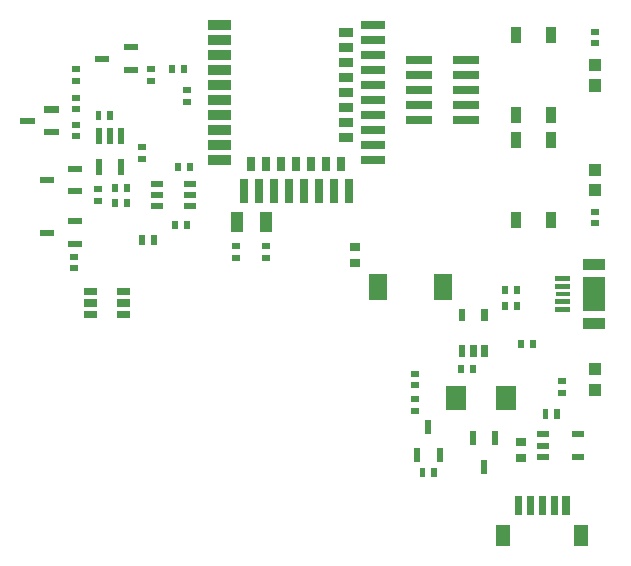
<source format=gtp>
G04 Layer: TopPasteMaskLayer*
G04 EasyEDA v6.4.17, 2021-03-03T10:10:01+01:00*
G04 9d4de0552c0a465fbb9a068f9b96be7d,b771c775d4444e86a06a5321f8c966cb,10*
G04 Gerber Generator version 0.2*
G04 Scale: 100 percent, Rotated: No, Reflected: No *
G04 Dimensions in inches *
G04 leading zeros omitted , absolute positions ,3 integer and 6 decimal *
%FSLAX36Y36*%
%MOIN*%

%ADD19R,0.0906X0.0295*%
%ADD20R,0.0197X0.0315*%
%ADD21R,0.0394X0.0709*%
%ADD22R,0.0315X0.0197*%
%ADD23R,0.0709X0.0787*%
%ADD24R,0.0236X0.0512*%
%ADD25R,0.0591X0.0866*%
%ADD26R,0.0390X0.0430*%
%ADD27R,0.0394X0.0217*%
%ADD28R,0.0354X0.0551*%
%ADD30R,0.0315X0.0472*%
%ADD32R,0.0787X0.0315*%
%ADD33R,0.0315X0.0787*%
%ADD34R,0.0220X0.0520*%
%ADD35R,0.0512X0.0236*%
%ADD36R,0.0512X0.0157*%
%ADD37R,0.0748X0.1142*%
%ADD41R,0.0433X0.0236*%
%ADD42R,0.0354X0.0315*%

%LPD*%
D19*
G01*
X1925039Y-150000D03*
G01*
X1767579Y-150000D03*
G01*
X1925039Y-100000D03*
G01*
X1767579Y-100000D03*
G01*
X1925039Y-50000D03*
G01*
X1767579Y-50000D03*
G01*
X1925039Y0D03*
G01*
X1767579Y0D03*
G01*
X1925039Y50000D03*
G01*
X1767579Y50000D03*
D20*
G01*
X2055309Y-715000D03*
G01*
X2094679Y-715000D03*
G01*
X2055309Y-770000D03*
G01*
X2094679Y-770000D03*
D21*
G01*
X1160789Y-490000D03*
G01*
X1259210Y-490000D03*
D20*
G01*
X2110309Y-895000D03*
G01*
X2149679Y-895000D03*
D22*
G01*
X1755000Y-995309D03*
G01*
X1755000Y-1034679D03*
G01*
X1755000Y-1080309D03*
G01*
X1755000Y-1119679D03*
G36*
X1809841Y-1309038D02*
G01*
X1829526Y-1309038D01*
X1829526Y-1340534D01*
X1809841Y-1340534D01*
G37*
G36*
X1770471Y-1309038D02*
G01*
X1790156Y-1309038D01*
X1790156Y-1340534D01*
X1770471Y-1340534D01*
G37*
D23*
G01*
X2057680Y-1075000D03*
G01*
X1892319Y-1075000D03*
D24*
G01*
X1947600Y-1210760D03*
G01*
X1985000Y-1305239D03*
G01*
X2022399Y-1210760D03*
G01*
X1837399Y-1267240D03*
G01*
X1800000Y-1172759D03*
G01*
X1762600Y-1267240D03*
D20*
G01*
X1949679Y-980000D03*
G01*
X1910309Y-980000D03*
D25*
G01*
X1848270Y-705000D03*
G01*
X1631729Y-705000D03*
D26*
G01*
X2355000Y-981500D03*
G01*
X2355000Y-1048499D03*
D27*
G01*
X2299059Y-1197600D03*
G01*
X2299059Y-1272399D03*
G01*
X2180950Y-1272399D03*
G01*
X2180950Y-1235000D03*
G01*
X2180950Y-1197600D03*
G36*
X2219843Y-1114252D02*
G01*
X2239528Y-1114252D01*
X2239528Y-1145747D01*
X2219843Y-1145747D01*
G37*
G36*
X2180473Y-1114252D02*
G01*
X2200158Y-1114252D01*
X2200158Y-1145747D01*
X2180473Y-1145747D01*
G37*
D28*
G01*
X2090940Y-483859D03*
G01*
X2090940Y-216140D03*
G01*
X2209049Y-483859D03*
G01*
X2209049Y-216140D03*
G01*
X2090940Y-133859D03*
G01*
X2090940Y133859D03*
G01*
X2209049Y-133859D03*
G01*
X2209049Y133859D03*
G36*
X1901772Y-781255D02*
G01*
X1923424Y-781255D01*
X1923424Y-820625D01*
X1901772Y-820625D01*
G37*
G36*
X1976575Y-781255D02*
G01*
X1998227Y-781255D01*
X1998227Y-820625D01*
X1976575Y-820625D01*
G37*
G36*
X1976575Y-899364D02*
G01*
X1998227Y-899364D01*
X1998227Y-938735D01*
X1976575Y-938735D01*
G37*
G36*
X1939173Y-899364D02*
G01*
X1960826Y-899364D01*
X1960826Y-938735D01*
X1939173Y-938735D01*
G37*
G36*
X1901772Y-899364D02*
G01*
X1923424Y-899364D01*
X1923424Y-938735D01*
X1901772Y-938735D01*
G37*
D22*
G01*
X1260000Y-609679D03*
G01*
X1260000Y-570309D03*
G01*
X1160000Y-609679D03*
G01*
X1160000Y-570309D03*
D30*
G01*
X1460020Y-295630D03*
G01*
X1410020Y-295630D03*
G01*
X1360020Y-295630D03*
G01*
X1310020Y-295630D03*
G01*
X1260020Y-295630D03*
G01*
X1210020Y-295630D03*
G01*
X1510010Y-295630D03*
G36*
X1501734Y-93069D02*
G01*
X1548975Y-93069D01*
X1548975Y-124570D01*
X1501734Y-124570D01*
G37*
G36*
X1501734Y-43069D02*
G01*
X1548975Y-43069D01*
X1548975Y-74570D01*
X1501734Y-74570D01*
G37*
G36*
X1501734Y6930D02*
G01*
X1548975Y6930D01*
X1548975Y-24570D01*
X1501734Y-24570D01*
G37*
G36*
X1501734Y56930D02*
G01*
X1548975Y56930D01*
X1548975Y25429D01*
X1501734Y25429D01*
G37*
G36*
X1501734Y106930D02*
G01*
X1548975Y106930D01*
X1548975Y75429D01*
X1501734Y75429D01*
G37*
G36*
X1501734Y156930D02*
G01*
X1548975Y156930D01*
X1548975Y125430D01*
X1501734Y125430D01*
G37*
G36*
X1501734Y-143069D02*
G01*
X1548975Y-143069D01*
X1548975Y-174570D01*
X1501734Y-174570D01*
G37*
G36*
X1501734Y-193069D02*
G01*
X1548975Y-193069D01*
X1548975Y-224570D01*
X1501734Y-224570D01*
G37*
G36*
X1064714Y-218069D02*
G01*
X1143455Y-218069D01*
X1143455Y-249569D01*
X1064714Y-249569D01*
G37*
G36*
X1064724Y-268069D02*
G01*
X1143464Y-268069D01*
X1143464Y-299570D01*
X1064724Y-299570D01*
G37*
G36*
X1064724Y-168069D02*
G01*
X1143464Y-168069D01*
X1143464Y-199570D01*
X1064724Y-199570D01*
G37*
G36*
X1064724Y-118069D02*
G01*
X1143464Y-118069D01*
X1143464Y-149570D01*
X1064724Y-149570D01*
G37*
G36*
X1064724Y-68069D02*
G01*
X1143464Y-68069D01*
X1143464Y-99570D01*
X1064724Y-99570D01*
G37*
G36*
X1064724Y-18069D02*
G01*
X1143464Y-18069D01*
X1143464Y-49570D01*
X1064724Y-49570D01*
G37*
G36*
X1064724Y31930D02*
G01*
X1143464Y31930D01*
X1143464Y429D01*
X1064724Y429D01*
G37*
G36*
X1064724Y81930D02*
G01*
X1143464Y81930D01*
X1143464Y50429D01*
X1064724Y50429D01*
G37*
G36*
X1064724Y131930D02*
G01*
X1143464Y131930D01*
X1143464Y100429D01*
X1064724Y100429D01*
G37*
G36*
X1064724Y181930D02*
G01*
X1143464Y181930D01*
X1143464Y150429D01*
X1064724Y150429D01*
G37*
D32*
G01*
X1615919Y116179D03*
G01*
X1615910Y166179D03*
G01*
X1615910Y66179D03*
G01*
X1615910Y16179D03*
G01*
X1615910Y-33820D03*
G01*
X1615910Y-83820D03*
G01*
X1615910Y-133820D03*
G01*
X1615910Y-183820D03*
G01*
X1615910Y-233820D03*
G01*
X1615910Y-283820D03*
D33*
G01*
X1185010Y-386179D03*
G01*
X1235010Y-386179D03*
G01*
X1285010Y-386179D03*
G01*
X1335010Y-386179D03*
G01*
X1385010Y-386179D03*
G01*
X1435010Y-386179D03*
G01*
X1485010Y-386179D03*
G01*
X1535010Y-386179D03*
D34*
G01*
X776400Y-203499D03*
G01*
X739000Y-203499D03*
G01*
X701599Y-203499D03*
G01*
X701599Y-305500D03*
G01*
X776400Y-305500D03*
D22*
G01*
X625000Y-19690D03*
G01*
X625000Y19679D03*
G01*
X625000Y-114690D03*
G01*
X625000Y-75320D03*
G01*
X625000Y-204690D03*
G01*
X625000Y-165320D03*
G36*
X519000Y-201399D02*
G01*
X519000Y-179400D01*
X570000Y-179400D01*
X570000Y-201399D01*
G37*
G36*
X519000Y-126599D02*
G01*
X519000Y-104600D01*
X570000Y-104600D01*
X570000Y-126599D01*
G37*
G36*
X438000Y-164000D02*
G01*
X438000Y-141999D01*
X489000Y-141999D01*
X489000Y-164000D01*
G37*
D20*
G01*
X755309Y-375000D03*
G01*
X794679Y-375000D03*
G01*
X994679Y-500000D03*
G01*
X955309Y-500000D03*
G36*
X874843Y-534252D02*
G01*
X894528Y-534252D01*
X894528Y-565747D01*
X874843Y-565747D01*
G37*
G36*
X835473Y-534252D02*
G01*
X855158Y-534252D01*
X855158Y-565747D01*
X835473Y-565747D01*
G37*
D22*
G01*
X620000Y-644690D03*
G01*
X620000Y-605320D03*
G01*
X875000Y19690D03*
G01*
X875000Y-19679D03*
G01*
X700000Y-419690D03*
G01*
X700000Y-380320D03*
D20*
G01*
X965309Y-305000D03*
G01*
X1004679Y-305000D03*
D22*
G01*
X845000Y-240320D03*
G01*
X845000Y-279690D03*
D35*
G01*
X807240Y92399D03*
G01*
X712759Y55000D03*
G01*
X807240Y17600D03*
G01*
X622240Y-312600D03*
G01*
X527759Y-350000D03*
G01*
X622240Y-387399D03*
G01*
X622240Y-487600D03*
G01*
X527759Y-525000D03*
G01*
X622240Y-562399D03*
D22*
G01*
X2355000Y105309D03*
G01*
X2355000Y144679D03*
G01*
X2355000Y-455309D03*
G01*
X2355000Y-494679D03*
G36*
X2221644Y-686700D02*
G01*
X2221644Y-670900D01*
X2272844Y-670900D01*
X2272844Y-686700D01*
G37*
G36*
X2221644Y-712300D02*
G01*
X2221644Y-696500D01*
X2272844Y-696500D01*
X2272844Y-712300D01*
G37*
D36*
G01*
X2247250Y-730000D03*
G36*
X2221644Y-763499D02*
G01*
X2221644Y-747699D01*
X2272844Y-747699D01*
X2272844Y-763499D01*
G37*
G36*
X2221644Y-789000D02*
G01*
X2221644Y-773299D01*
X2272844Y-773299D01*
X2272844Y-789000D01*
G37*
D37*
G01*
X2352759Y-730000D03*
G36*
X2315344Y-848114D02*
G01*
X2315344Y-808715D01*
X2390145Y-808715D01*
X2390145Y-848114D01*
G37*
G36*
X2315344Y-651275D02*
G01*
X2315344Y-611875D01*
X2390145Y-611875D01*
X2390145Y-651275D01*
G37*
D22*
G01*
X995000Y-89690D03*
G01*
X995000Y-50320D03*
D20*
G01*
X755309Y-425000D03*
G01*
X794679Y-425000D03*
G01*
X945309Y20000D03*
G01*
X984679Y20000D03*
D26*
G01*
X2355000Y-316500D03*
G01*
X2355000Y-383499D03*
G36*
X2335500Y-11999D02*
G01*
X2374499Y-11999D01*
X2374499Y-55000D01*
X2335500Y-55000D01*
G37*
G36*
X2335500Y55000D02*
G01*
X2374499Y55000D01*
X2374499Y11999D01*
X2335500Y11999D01*
G37*
G36*
X2026457Y-1499270D02*
G01*
X2073701Y-1499270D01*
X2073701Y-1570136D01*
X2026457Y-1570136D01*
G37*
G36*
X2286298Y-1499270D02*
G01*
X2333542Y-1499270D01*
X2333542Y-1570136D01*
X2286298Y-1570136D01*
G37*
G36*
X2246929Y-1404783D02*
G01*
X2270550Y-1404783D01*
X2270550Y-1465806D01*
X2246929Y-1465806D01*
G37*
G36*
X2207559Y-1404783D02*
G01*
X2231180Y-1404783D01*
X2231180Y-1465806D01*
X2207559Y-1465806D01*
G37*
G36*
X2168189Y-1404783D02*
G01*
X2191810Y-1404783D01*
X2191810Y-1465806D01*
X2168189Y-1465806D01*
G37*
G36*
X2128819Y-1404783D02*
G01*
X2152440Y-1404783D01*
X2152440Y-1465806D01*
X2128819Y-1465806D01*
G37*
G36*
X2089449Y-1404783D02*
G01*
X2113071Y-1404783D01*
X2113071Y-1465806D01*
X2089449Y-1465806D01*
G37*
G36*
X690475Y-119254D02*
G01*
X710160Y-119254D01*
X710160Y-150751D01*
X690475Y-150751D01*
G37*
G36*
X729845Y-119254D02*
G01*
X749531Y-119254D01*
X749531Y-150751D01*
X729845Y-150751D01*
G37*
D41*
G01*
X1005119Y-436999D03*
G01*
X1005119Y-400000D03*
G01*
X1005119Y-363000D03*
G01*
X894880Y-363000D03*
G01*
X894880Y-400000D03*
G01*
X894880Y-436999D03*
G36*
X653227Y-711188D02*
G01*
X696534Y-711188D01*
X696534Y-734810D01*
X653227Y-734810D01*
G37*
G36*
X653227Y-748189D02*
G01*
X696534Y-748189D01*
X696534Y-771810D01*
X653227Y-771810D01*
G37*
G36*
X653227Y-785189D02*
G01*
X696534Y-785189D01*
X696534Y-808811D01*
X653227Y-808811D01*
G37*
G36*
X763464Y-785189D02*
G01*
X806772Y-785189D01*
X806772Y-808811D01*
X763464Y-808811D01*
G37*
G36*
X763464Y-748189D02*
G01*
X806772Y-748189D01*
X806772Y-771810D01*
X763464Y-771810D01*
G37*
G36*
X763464Y-711188D02*
G01*
X806772Y-711188D01*
X806772Y-734810D01*
X763464Y-734810D01*
G37*
D22*
G01*
X2245000Y-1020309D03*
G01*
X2245000Y-1059679D03*
D42*
G01*
X2110000Y-1222440D03*
G01*
X2110000Y-1277559D03*
G01*
X1555000Y-572440D03*
G01*
X1555000Y-627559D03*
M02*

</source>
